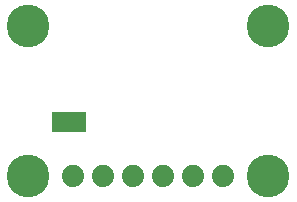
<source format=gbr>
G04 EAGLE Gerber RS-274X export*
G75*
%MOMM*%
%FSLAX34Y34*%
%LPD*%
%INSoldermask Bottom*%
%IPPOS*%
%AMOC8*
5,1,8,0,0,1.08239X$1,22.5*%
G01*
%ADD10C,1.879600*%
%ADD11C,3.617600*%
%ADD12R,2.921000X1.651000*%


D10*
X63500Y25400D03*
X88900Y25400D03*
X114300Y25400D03*
X139700Y25400D03*
X165100Y25400D03*
X190500Y25400D03*
D11*
X25400Y152400D03*
X228600Y152400D03*
X25400Y25400D03*
X228600Y25400D03*
D12*
X59944Y70612D03*
M02*

</source>
